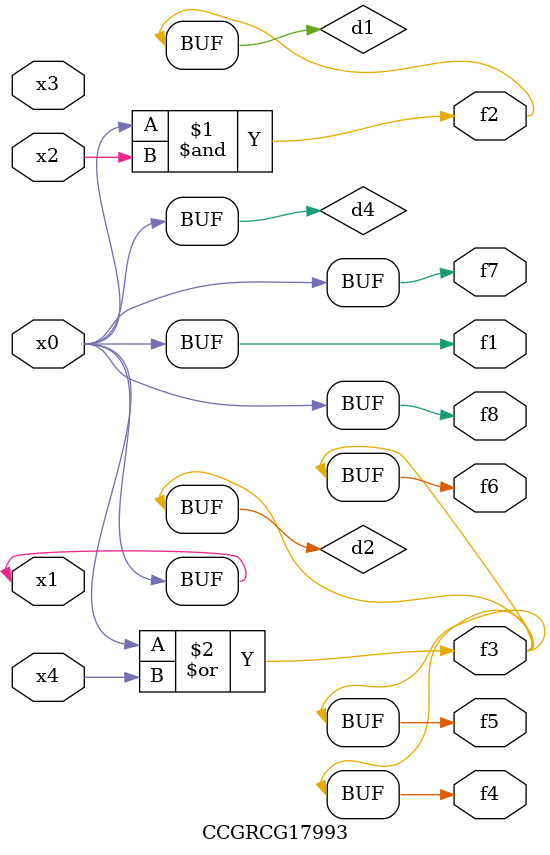
<source format=v>
module CCGRCG17993(
	input x0, x1, x2, x3, x4,
	output f1, f2, f3, f4, f5, f6, f7, f8
);

	wire d1, d2, d3, d4;

	and (d1, x0, x2);
	or (d2, x0, x4);
	nand (d3, x0, x2);
	buf (d4, x0, x1);
	assign f1 = d4;
	assign f2 = d1;
	assign f3 = d2;
	assign f4 = d2;
	assign f5 = d2;
	assign f6 = d2;
	assign f7 = d4;
	assign f8 = d4;
endmodule

</source>
